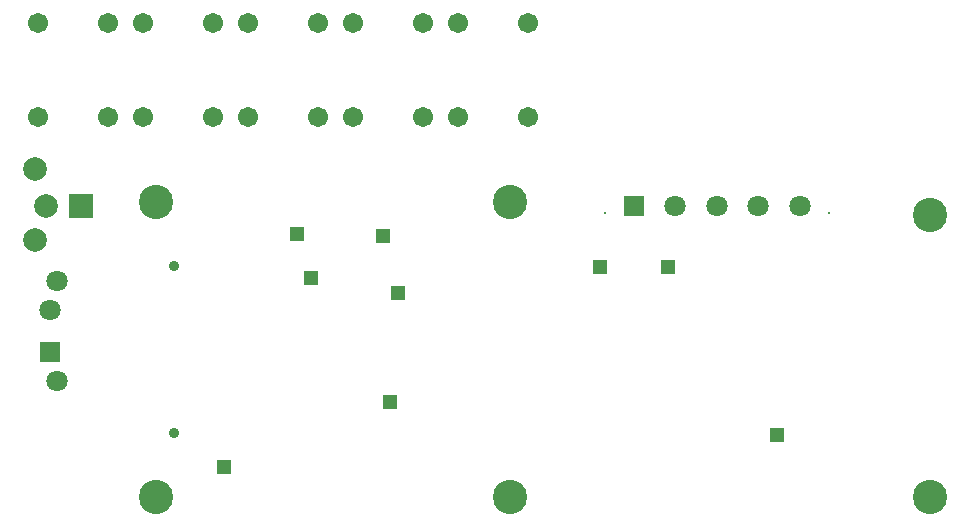
<source format=gbs>
G04*
G04 #@! TF.GenerationSoftware,Altium Limited,Altium Designer,20.0.9 (164)*
G04*
G04 Layer_Color=16711935*
%FSLAX25Y25*%
%MOIN*%
G70*
G01*
G75*
%ADD33R,0.04737X0.04737*%
%ADD49R,0.07887X0.07887*%
%ADD50C,0.07887*%
%ADD51R,0.07099X0.07099*%
%ADD52C,0.07099*%
%ADD53C,0.00800*%
%ADD54R,0.07099X0.07099*%
%ADD55C,0.11430*%
%ADD56C,0.06706*%
%ADD57C,0.03556*%
D33*
X68500Y22000D02*
D03*
X253000Y32500D02*
D03*
X194000Y88500D02*
D03*
X216500D02*
D03*
X124000Y43500D02*
D03*
X126567Y80000D02*
D03*
X97433Y85000D02*
D03*
X92731Y99769D02*
D03*
X121500Y99000D02*
D03*
D49*
X21000Y109000D02*
D03*
D50*
X9189D02*
D03*
X5488Y97583D02*
D03*
Y121205D02*
D03*
D51*
X10520Y60378D02*
D03*
D52*
Y74158D02*
D03*
X13000Y50535D02*
D03*
Y84000D02*
D03*
X260339Y109000D02*
D03*
X246559D02*
D03*
X232780D02*
D03*
X219000D02*
D03*
D53*
X270181Y106520D02*
D03*
X195378D02*
D03*
D54*
X205221Y109000D02*
D03*
D55*
X304000Y12000D02*
D03*
Y106000D02*
D03*
X45842Y110268D02*
D03*
X163953D02*
D03*
Y11842D02*
D03*
X45842D02*
D03*
D56*
X170000Y138504D02*
D03*
X146378D02*
D03*
Y170000D02*
D03*
X170000D02*
D03*
X135000Y138504D02*
D03*
X111378D02*
D03*
Y170000D02*
D03*
X135000D02*
D03*
X100000Y138504D02*
D03*
X76378D02*
D03*
Y170000D02*
D03*
X100000D02*
D03*
X65000Y138504D02*
D03*
X41378D02*
D03*
Y170000D02*
D03*
X65000D02*
D03*
X30000Y138504D02*
D03*
X6378D02*
D03*
Y170000D02*
D03*
X30000D02*
D03*
D57*
X51748Y33299D02*
D03*
Y88811D02*
D03*
M02*

</source>
